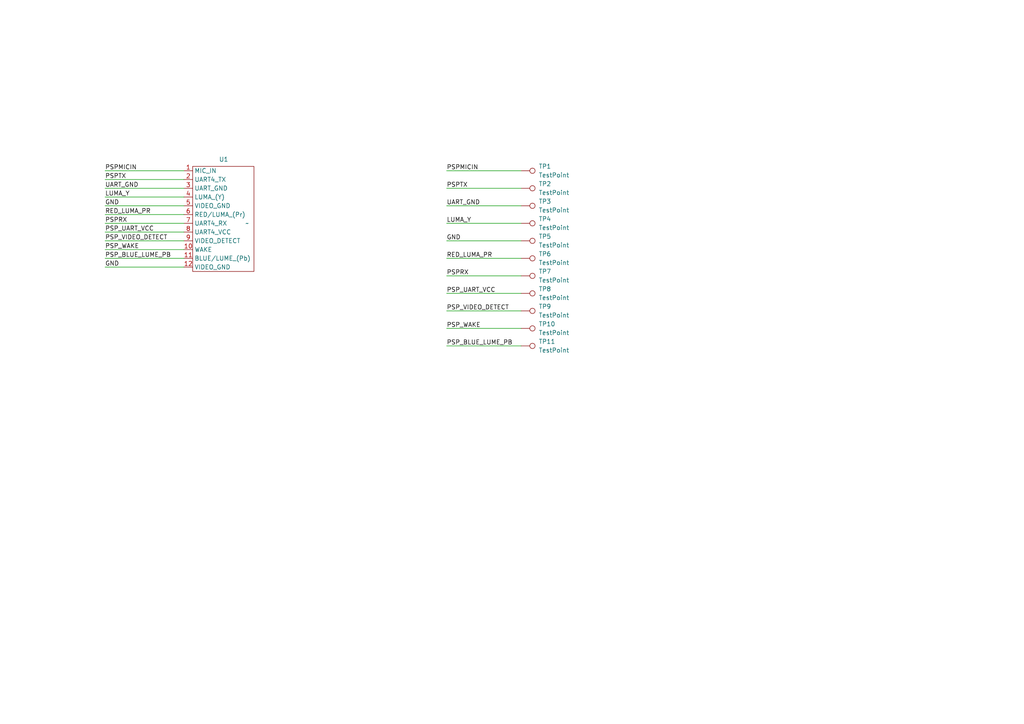
<source format=kicad_sch>
(kicad_sch (version 20231120) (generator "eeschema") (generator_version "8.0")
  (paper "A4")
  (lib_symbols
    (symbol "Connector:TestPoint" (pin_numbers hide) (pin_names (offset 0.762) hide)
      (property "Reference" "TP" (at 0 6.858 0))
      (property "Value" "TestPoint" (at 0 5.08 0))
      (symbol "TestPoint_0_1"
        (circle (center 0 3.302) (radius 0.762))
      )
      (symbol "TestPoint_1_1"
        (pin passive line (at 0 0 90) (length 2.54) (name "1") (number "1"))
      )
    )
    (symbol "psp:tvout cable"
      (property "Reference" "U" (at -11.938 13.97 0))
      (symbol "tvout cable_0_1"
        (rectangle (start -17.78 10.16) (end 0 -20.32))
      )
      (symbol "tvout cable_1_1"
        (pin input line (at -20.32 8.89 0) (length 2.54) (name "MIC_IN") (number "1"))
        (pin input line (at -20.32 -13.97 0) (length 2.54) (name "WAKE") (number "10"))
        (pin input line (at -20.32 -16.51 0) (length 2.54) (name "BLUE/LUME_(Pb)") (number "11"))
        (pin input line (at -20.32 -19.05 0) (length 2.54) (name "VIDEO_GND") (number "12"))
        (pin input line (at -20.32 6.35 0) (length 2.54) (name "UART4_TX") (number "2"))
        (pin input line (at -20.32 3.81 0) (length 2.54) (name "UART_GND") (number "3"))
        (pin input line (at -20.32 1.27 0) (length 2.54) (name "LUMA_(Y)") (number "4"))
        (pin input line (at -20.32 -1.27 0) (length 2.54) (name "VIDEO_GND") (number "5"))
        (pin input line (at -20.32 -3.81 0) (length 2.54) (name "RED/LUMA_(Pr)") (number "6"))
        (pin input line (at -20.32 -6.35 0) (length 2.54) (name "UART4_RX") (number "7"))
        (pin input line (at -20.32 -8.89 0) (length 2.54) (name "UART4_VCC") (number "8"))
        (pin input line (at -20.32 -11.43 0) (length 2.54) (name "VIDEO_DETECT") (number "9"))
      )
    )
  )
  (wire (pts (xy 129.54 80.01) (xy 151.13 80.01)))
  (wire (pts (xy 30.48 54.61) (xy 53.34 54.61)))
  (wire (pts (xy 129.54 85.09) (xy 151.13 85.09)))
  (wire (pts (xy 129.54 90.17) (xy 151.13 90.17)))
  (wire (pts (xy 30.48 72.39) (xy 53.34 72.39)))
  (wire (pts (xy 30.48 49.53) (xy 53.34 49.53)))
  (wire (pts (xy 30.48 62.23) (xy 53.34 62.23)))
  (wire (pts (xy 30.48 67.31) (xy 53.34 67.31)))
  (wire (pts (xy 129.54 64.77) (xy 151.13 64.77)))
  (wire (pts (xy 30.48 64.77) (xy 53.34 64.77)))
  (wire (pts (xy 129.54 100.33) (xy 151.13 100.33)))
  (wire (pts (xy 30.48 74.93) (xy 53.34 74.93)))
  (wire (pts (xy 30.48 52.07) (xy 53.34 52.07)))
  (wire (pts (xy 129.54 95.25) (xy 151.13 95.25)))
  (wire (pts (xy 129.54 69.85) (xy 151.13 69.85)))
  (wire (pts (xy 30.48 57.15) (xy 53.34 57.15)))
  (wire (pts (xy 30.48 69.85) (xy 53.34 69.85)))
  (wire (pts (xy 129.54 49.53) (xy 151.13 49.53)))
  (wire (pts (xy 30.48 59.69) (xy 53.34 59.69)))
  (wire (pts (xy 129.54 59.69) (xy 151.13 59.69)))
  (wire (pts (xy 129.54 54.61) (xy 151.13 54.61)))
  (wire (pts (xy 30.48 77.47) (xy 53.34 77.47)))
  (wire (pts (xy 129.54 74.93) (xy 151.13 74.93)))
  (label "RED_LUMA_PR" (at 30.48 62.23 0))
  (label "PSP_VIDEO_DETECT" (at 129.54 90.17 0))
  (label "RED_LUMA_PR" (at 129.54 74.93 0))
  (label "LUMA_Y" (at 129.54 64.77 0))
  (label "UART_GND" (at 129.54 59.69 0))
  (label "GND" (at 129.54 69.85 0))
  (label "PSP_VIDEO_DETECT" (at 30.48 69.85 0))
  (label "PSPTX" (at 30.48 52.07 0))
  (label "PSP_UART_VCC" (at 129.54 85.09 0))
  (label "GND" (at 30.48 59.69 0))
  (label "UART_GND" (at 30.48 54.61 0))
  (label "LUMA_Y" (at 30.48 57.15 0))
  (label "PSP_BLUE_LUME_PB" (at 30.48 74.93 0))
  (label "PSPRX" (at 129.54 80.01 0))
  (label "PSPTX" (at 129.54 54.61 0))
  (label "PSPMICIN" (at 129.54 49.53 0))
  (label "GND" (at 30.48 77.47 0))
  (label "PSPRX" (at 30.48 64.77 0))
  (label "PSPMICIN" (at 30.48 49.53 0))
  (label "PSP_WAKE" (at 129.54 95.25 0))
  (label "PSP_BLUE_LUME_PB" (at 129.54 100.33 0))
  (label "PSP_UART_VCC" (at 30.48 67.31 0))
  (label "PSP_WAKE" (at 30.48 72.39 0))
  (symbol (lib_id "psp:tvout cable") (at 73.66 58.42 0) (unit 1)
    (property "Reference" "U1" (at 63.5 46.228 0) (effects (justify left)))
    (property "Value" "~" (at 71.12 64.77 0) (effects (justify left)))
    (property "Footprint" "psp:TVOut Cable" (effects (hide yes)))
  )
  (symbol (lib_id "Connector:TestPoint") (at 151.13 49.53 270) (unit 1)
    (property "Reference" "TP1" (at 156.21 48.2599 90) (effects (justify left)))
    (property "Value" "TestPoint" (at 156.21 50.7999 90) (effects (justify left)))
    (property "Footprint" "TestPoint:TestPoint_Pad_1.0x1.0mm" (effects (hide yes)))
    (property "Description" "test point" (effects (hide yes)))
  )
  (symbol (lib_id "Connector:TestPoint") (at 151.13 64.77 270) (unit 1)
    (property "Reference" "TP4" (at 156.21 63.4999 90) (effects (justify left)))
    (property "Value" "TestPoint" (at 156.21 66.0399 90) (effects (justify left)))
    (property "Footprint" "TestPoint:TestPoint_Pad_1.0x1.0mm" (effects (hide yes)))
    (property "Description" "test point" (effects (hide yes)))
  )
  (symbol (lib_id "Connector:TestPoint") (at 151.13 74.93 270) (unit 1)
    (property "Reference" "TP6" (at 156.21 73.6599 90) (effects (justify left)))
    (property "Value" "TestPoint" (at 156.21 76.1999 90) (effects (justify left)))
    (property "Footprint" "TestPoint:TestPoint_Pad_1.0x1.0mm" (effects (hide yes)))
    (property "Description" "test point" (effects (hide yes)))
  )
  (symbol (lib_id "Connector:TestPoint") (at 151.13 95.25 270) (unit 1)
    (property "Reference" "TP10" (at 156.21 93.9799 90) (effects (justify left)))
    (property "Value" "TestPoint" (at 156.21 96.5199 90) (effects (justify left)))
    (property "Footprint" "TestPoint:TestPoint_Pad_1.0x1.0mm" (effects (hide yes)))
    (property "Description" "test point" (effects (hide yes)))
  )
  (symbol (lib_id "Connector:TestPoint") (at 151.13 100.33 270) (unit 1)
    (property "Reference" "TP11" (at 156.21 99.0599 90) (effects (justify left)))
    (property "Value" "TestPoint" (at 156.21 101.5999 90) (effects (justify left)))
    (property "Footprint" "TestPoint:TestPoint_Pad_1.0x1.0mm" (effects (hide yes)))
    (property "Description" "test point" (effects (hide yes)))
  )
  (symbol (lib_id "Connector:TestPoint") (at 151.13 69.85 270) (unit 1)
    (property "Reference" "TP5" (at 156.21 68.5799 90) (effects (justify left)))
    (property "Value" "TestPoint" (at 156.21 71.1199 90) (effects (justify left)))
    (property "Footprint" "TestPoint:TestPoint_Pad_1.0x1.0mm" (effects (hide yes)))
    (property "Description" "test point" (effects (hide yes)))
  )
  (symbol (lib_id "Connector:TestPoint") (at 151.13 54.61 270) (unit 1)
    (property "Reference" "TP2" (at 156.21 53.3399 90) (effects (justify left)))
    (property "Value" "TestPoint" (at 156.21 55.8799 90) (effects (justify left)))
    (property "Footprint" "TestPoint:TestPoint_Pad_1.0x1.0mm" (effects (hide yes)))
    (property "Description" "test point" (effects (hide yes)))
  )
  (symbol (lib_id "Connector:TestPoint") (at 151.13 85.09 270) (unit 1)
    (property "Reference" "TP8" (at 156.21 83.8199 90) (effects (justify left)))
    (property "Value" "TestPoint" (at 156.21 86.3599 90) (effects (justify left)))
    (property "Footprint" "TestPoint:TestPoint_Pad_1.0x1.0mm" (effects (hide yes)))
    (property "Description" "test point" (effects (hide yes)))
  )
  (symbol (lib_id "Connector:TestPoint") (at 151.13 90.17 270) (unit 1)
    (property "Reference" "TP9" (at 156.21 88.8999 90) (effects (justify left)))
    (property "Value" "TestPoint" (at 156.21 91.4399 90) (effects (justify left)))
    (property "Footprint" "TestPoint:TestPoint_Pad_1.0x1.0mm" (effects (hide yes)))
    (property "Description" "test point" (effects (hide yes)))
  )
  (symbol (lib_id "Connector:TestPoint") (at 151.13 80.01 270) (unit 1)
    (property "Reference" "TP7" (at 156.21 78.7399 90) (effects (justify left)))
    (property "Value" "TestPoint" (at 156.21 81.2799 90) (effects (justify left)))
    (property "Footprint" "TestPoint:TestPoint_Pad_1.0x1.0mm" (effects (hide yes)))
    (property "Description" "test point" (effects (hide yes)))
  )
  (symbol (lib_id "Connector:TestPoint") (at 151.13 59.69 270) (unit 1)
    (property "Reference" "TP3" (at 156.21 58.4199 90) (effects (justify left)))
    (property "Value" "TestPoint" (at 156.21 60.9599 90) (effects (justify left)))
    (property "Footprint" "TestPoint:TestPoint_Pad_1.0x1.0mm" (effects (hide yes)))
    (property "Description" "test point" (effects (hide yes)))
  )
)
</source>
